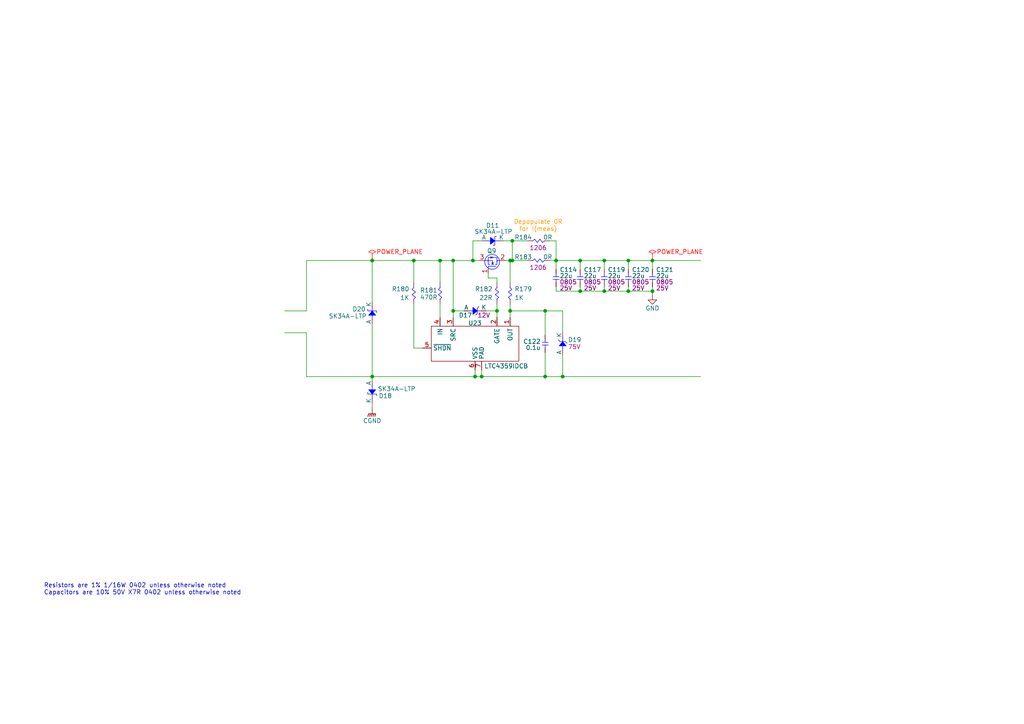
<source format=kicad_sch>
(kicad_sch (version 20250114) (generator "eeschema") (generator_version "9.0")
  (paper "A4")
  (title_block (title "RPI CMx Carrier") (date "2025-12-07") (rev "2.00-0A") (comment 1 "Jean-Francois Bilodeau") (comment 2 "P.Eng #6022173") (comment 3 "203-1690 Rue des quatre-saisons") (comment 4 "Sherbrooke, Canada, J1E0N2") (comment 5 "KiCad Rev 9.0") (comment 6 "TBD") (comment 7 "TBD") (comment 8 "WIP"))
  (lib_symbols
    (symbol "KiCad_Pwr_Symbols:GND" (power) (pin_numbers (hide yes)) (pin_names (offset 0) (hide yes))
      (property "Value" "GND" (at 0 -3.81 0))
      (symbol "GND_0_1"
        (polyline (pts (xy 0 0) (xy 0 -1.27) (xy 1.27 -1.27) (xy 0 -2.54) (xy -1.27 -1.27) (xy 0 -1.27)))
      )
      (symbol "GND_1_1"
        (pin power_in line (at 0 0 270) (length 0) (name "~") (number "1"))
      )
    )
    (symbol "KiCad_Pwr_Symbols:GNDPWR" (power) (pin_numbers (hide yes)) (pin_names (offset 0) (hide yes))
      (property "Value" "GNDPWR" (at 0 -3.302 0))
      (symbol "GNDPWR_0_1"
        (polyline (pts (xy -1.016 -1.27) (xy -1.27 -2.032) (xy -1.27 -2.032)) (stroke (width 0.2032)))
        (polyline (pts (xy -0.508 -1.27) (xy -0.762 -2.032) (xy -0.762 -2.032)) (stroke (width 0.2032)))
        (polyline (pts (xy 0 -1.27) (xy 0 0)))
        (polyline (pts (xy 0 -1.27) (xy -0.254 -2.032) (xy -0.254 -2.032)) (stroke (width 0.2032)))
        (polyline (pts (xy 0.508 -1.27) (xy 0.254 -2.032) (xy 0.254 -2.032)) (stroke (width 0.2032)))
        (polyline (pts (xy 1.016 -1.27) (xy -1.016 -1.27) (xy -1.016 -1.27)) (stroke (width 0.2032)))
        (polyline (pts (xy 1.016 -1.27) (xy 0.762 -2.032) (xy 0.762 -2.032) (xy 0.762 -2.032)) (stroke (width 0.2032)))
      )
      (symbol "GNDPWR_1_1"
        (pin power_in line (at 0 0 270) (length 0) (name "~") (number "1"))
      )
    )
    (symbol "KicadCompDb:Capacitors/CAP_CER_SMT_00001" (pin_numbers (hide yes)) (pin_names (offset 0) (hide yes))
      (property "Reference" "C" (at 2.54 1.651 0))
      (property "Value" "0.1u" (at 1.524 -1.524 0))
      (symbol "Capacitors/CAP_CER_SMT_00001_1_1"
        (polyline (pts (xy 2.159 0.889) (xy 2.159 -0.889)) (stroke (width 0) (color 0 0 255 1)))
        (polyline (pts (xy 2.159 0) (xy 1.27 0)) (stroke (width 0) (color 0 0 255 1)))
        (polyline (pts (xy 2.921 0.889) (xy 2.921 -0.889)) (stroke (width 0) (color 0 0 255 1)))
        (polyline (pts (xy 3.81 0) (xy 2.921 0)) (stroke (width 0) (color 0 0 255 1)))
        (pin passive line (at 0 0 0) (length 1.27) (name "") (number "1"))
        (pin passive line (at 5.08 0 180) (length 1.27) (name "") (number "2"))
      )
    )
    (symbol "KicadCompDb:Capacitors/CAP_CER_SMT_00011" (pin_numbers (hide yes)) (pin_names (offset 0) (hide yes))
      (property "Reference" "C" (at 2.54 1.651 0))
      (property "Value" "22u" (at 1.524 -1.524 0))
      (property "Package" "0805" (at 0 -16.256 0))
      (property "Voltage Rating" "25V" (at 0 0 0))
      (symbol "Capacitors/CAP_CER_SMT_00011_1_1"
        (polyline (pts (xy 2.159 0.889) (xy 2.159 -0.889)) (stroke (width 0) (color 0 0 255 1)))
        (polyline (pts (xy 2.159 0) (xy 1.27 0)) (stroke (width 0) (color 0 0 255 1)))
        (polyline (pts (xy 2.921 0.889) (xy 2.921 -0.889)) (stroke (width 0) (color 0 0 255 1)))
        (polyline (pts (xy 3.81 0) (xy 2.921 0)) (stroke (width 0) (color 0 0 255 1)))
        (pin passive line (at 0 0 0) (length 1.27) (name "") (number "1"))
        (pin passive line (at 5.08 0 180) (length 1.27) (name "") (number "2"))
      )
    )
    (symbol "KicadCompDb:Diodes/DIODE_00003" (pin_numbers (hide yes)) (pin_names (offset 0))
      (property "Reference" "D" (at 2.032 2.54 0))
      (property "Value" "MMSZ5242B-TP" (at 1.524 -1.524 0))
      (property "V(z)" "12V" (at 0.254 -14.224 0))
      (symbol "Diodes/DIODE_00003_0_1"
        (polyline (pts (xy 1.27 0) (xy 0.254 0)) (stroke (width 0) (color 0 0 255 1)))
        (polyline (pts (xy 1.27 0) (xy 1.27 -0.762) (xy 0.762 -1.27)) (stroke (width 0) (color 0 0 255 1)))
        (polyline (pts (xy 1.27 0) (xy 1.27 0.508) (xy 1.27 0.762) (xy 1.778 1.27)) (stroke (width 0) (color 0 0 255 1)))
        (polyline (pts (xy 2.54 0) (xy 3.556 0)) (stroke (width 0) (color 0 0 255 1)))
        (polyline (pts (xy 2.54 0) (xy 2.54 1.016) (xy 1.27 0) (xy 2.54 -1.016) (xy 2.54 0)) (stroke (width 0) (color 0 0 255 1)) (fill (type outline)))
      )
      (symbol "Diodes/DIODE_00003_1_1"
        (polyline (pts (xy 0.254 0) (xy 0 0)) (stroke (width 0) (color 0 0 255 1)))
        (polyline (pts (xy 3.81 0) (xy 3.556 0)) (stroke (width 0) (color 0 0 255 1)))
        (pin passive line (at -1.27 0 0) (length 1.27) (name "K") (number "1"))
        (pin passive line (at 5.08 0 180) (length 1.27) (name "A") (number "2"))
      )
    )
    (symbol "KicadCompDb:Diodes/DIODE_00005" (pin_numbers (hide yes)) (pin_names (offset 0))
      (property "Reference" "D" (at 2.032 2.54 0))
      (property "Value" "SK34A-LTP" (at 1.524 -1.524 0))
      (property "V(f)" "0.5V" (at 0.254 -20.32 0))
      (symbol "Diodes/DIODE_00005_0_1"
        (polyline (pts (xy 1.27 0) (xy 0.254 0)) (stroke (width 0) (color 0 0 255 1)))
        (polyline (pts (xy 1.27 0) (xy 1.27 -1.27) (xy 0.762 -1.27)) (stroke (width 0) (color 0 0 255 1)))
        (polyline (pts (xy 1.27 0) (xy 1.27 0.508) (xy 1.27 1.27) (xy 1.778 1.27)) (stroke (width 0) (color 0 0 255 1)))
        (polyline (pts (xy 2.54 0) (xy 3.556 0)) (stroke (width 0) (color 0 0 255 1)))
        (polyline (pts (xy 2.54 0) (xy 2.54 1.016) (xy 1.27 0) (xy 2.54 -1.016) (xy 2.54 0)) (stroke (width 0) (color 0 0 255 1)) (fill (type outline)))
      )
      (symbol "Diodes/DIODE_00005_1_1"
        (polyline (pts (xy 0.254 0) (xy 0 0)) (stroke (width 0) (color 0 0 255 1)))
        (polyline (pts (xy 3.81 0) (xy 3.556 0)) (stroke (width 0) (color 0 0 255 1)))
        (pin passive line (at -1.27 0 0) (length 1.27) (name "K") (number "1"))
        (pin passive line (at 5.08 0 180) (length 1.27) (name "A") (number "2"))
      )
    )
    (symbol "KicadCompDb:Diodes/DIODE_00008" (pin_numbers (hide yes)) (pin_names (offset 0))
      (property "Reference" "D" (at 2.032 2.54 0))
      (property "Value" "SML4761A-E3/5A" (at 1.524 -1.524 0))
      (property "V(z)" "75V" (at 0.254 -14.224 0))
      (symbol "Diodes/DIODE_00008_0_1"
        (polyline (pts (xy 1.27 0) (xy 0.254 0)) (stroke (width 0) (color 0 0 255 1)))
        (polyline (pts (xy 1.27 0) (xy 1.27 -0.762) (xy 0.762 -1.27)) (stroke (width 0) (color 0 0 255 1)))
        (polyline (pts (xy 1.27 0) (xy 1.27 0.508) (xy 1.27 0.762) (xy 1.778 1.27)) (stroke (width 0) (color 0 0 255 1)))
        (polyline (pts (xy 2.54 0) (xy 3.556 0)) (stroke (width 0) (color 0 0 255 1)))
        (polyline (pts (xy 2.54 0) (xy 2.54 1.016) (xy 1.27 0) (xy 2.54 -1.016) (xy 2.54 0)) (stroke (width 0) (color 0 0 255 1)) (fill (type outline)))
      )
      (symbol "Diodes/DIODE_00008_1_1"
        (polyline (pts (xy 0.254 0) (xy 0 0)) (stroke (width 0) (color 0 0 255 1)))
        (polyline (pts (xy 3.81 0) (xy 3.556 0)) (stroke (width 0) (color 0 0 255 1)))
        (pin passive line (at -1.27 0 0) (length 1.27) (name "K") (number "1"))
        (pin passive line (at 5.08 0 180) (length 1.27) (name "A") (number "2"))
      )
    )
    (symbol "KicadCompDb:Miscellaneous/MISC_00006"
      (property "Reference" "U" (at 12.7 1.27 0))
      (property "Value" "LTC4359IDCB#TRPBF" (at 0 0 0))
      (symbol "Miscellaneous/MISC_00006_0_1"
        (rectangle (start 0 0) (end 25.4 -10.16))
      )
      (symbol "Miscellaneous/MISC_00006_1_1"
        (pin input line (at -2.54 -6.35 0) (length 2.54) (name "~{SHDN}") (number "5"))
        (pin power_in line (at 2.54 2.54 270) (length 2.54) (name "IN") (number "4"))
        (pin power_in line (at 6.35 2.54 270) (length 2.54) (name "SRC") (number "3"))
        (pin power_in line (at 12.7 -12.7 90) (length 2.54) (name "VSS") (number "6"))
        (pin power_in line (at 14.605 -12.7 90) (length 2.54) (name "PAD") (number "7"))
        (pin output line (at 19.05 2.54 270) (length 2.54) (name "GATE") (number "2"))
        (pin power_out line (at 22.86 2.54 270) (length 2.54) (name "OUT") (number "1"))
      )
    )
    (symbol "KicadCompDb:Mosfet/MOSFET_00005" (pin_names (offset 0) (hide yes))
      (property "Reference" "Q" (at 5.588 3.302 0))
      (property "VDS" "600V" (at 0 0 0))
      (symbol "Mosfet/MOSFET_00005_1_1"
        (polyline (pts (xy 1.651 0) (xy 2.159 0) (xy 2.159 2.286)) (stroke (width 0) (color 0 0 255 1)))
        (polyline (pts (xy 2.667 2.54) (xy 2.667 2.032)) (stroke (width 0) (color 0 0 255 1)))
        (polyline (pts (xy 2.667 2.54) (xy 3.81 2.54) (xy 3.81 3.175)) (stroke (width 0) (color 0 0 255 1)))
        (polyline (pts (xy 2.667 1.651) (xy 2.667 0.889)) (stroke (width 0) (color 0 0 255 1)))
        (polyline (pts (xy 2.667 0.508) (xy 2.667 0)) (stroke (width 0) (color 0 0 255 1)))
        (polyline (pts (xy 2.7304 0) (xy 3.81 0) (xy 3.81 -0.889)) (stroke (width 0) (color 0 0 255 1)))
        (polyline (pts (xy 2.794 1.27) (xy 3.175 1.016) (xy 3.175 1.524) (xy 2.794 1.27)) (stroke (width 0) (color 0 0 255 1)) (fill (type color) (color 0 0 255 1)))
        (polyline (pts (xy 3.048 1.27) (xy 3.81 1.27) (xy 3.81 -0.127)) (stroke (width 0) (color 0 0 255 1)))
        (polyline (pts (xy 3.429 2.54) (xy 4.699 2.54) (xy 4.699 1.27)) (stroke (width 0) (color 0 0 255 1)))
        (circle (center 3.429 1.143) (radius 2.159) (stroke (width 0) (color 0 0 255 1)))
        (polyline (pts (xy 3.429 0) (xy 4.699 0) (xy 4.699 0.889)) (stroke (width 0) (color 0 0 255 1)))
        (polyline (pts (xy 3.81 1.143) (xy 3.81 1.143)) (stroke (width 0) (color 0 0 255 1)))
        (polyline (pts (xy 4.5085 1.27) (xy 4.8895 1.27)) (stroke (width 0) (color 0 0 255 1)))
        (polyline (pts (xy 4.699 1.143) (xy 4.445 0.762) (xy 4.953 0.762) (xy 4.699 1.143)) (stroke (width 0) (color 0 0 255 1)) (fill (type color) (color 0 0 255 1)))
        (pin input line (at 0 0 0) (length 1.524) (name "G") (number "1"))
        (pin passive line (at 3.81 5.08 270) (length 1.778) (name "D") (number "2"))
        (pin passive line (at 3.81 -2.54 90) (length 1.524) (name "S") (number "3"))
      )
    )
    (symbol "KicadCompDb:Resistors/RES_SMT_00004" (pin_numbers (hide yes)) (pin_names (offset 0) (hide yes))
      (property "Reference" "R" (at 1.524 1.524 0))
      (property "Value" "1K" (at 1.524 -1.524 0))
      (symbol "Resistors/RES_SMT_00004_1_1"
        (polyline (pts (xy 0.254 0) (xy 0 0)) (stroke (width 0) (color 0 0 255 1)))
        (polyline (pts (xy 0.254 0) (xy 0.762 0.508) (xy 1.524 -0.508) (xy 2.286 0.508) (xy 3.048 -0.508) (xy 3.556 0)) (stroke (width 0) (color 0 0 255 1)))
        (polyline (pts (xy 3.81 0) (xy 3.556 0)) (stroke (width 0) (color 0 0 255 1)))
        (pin passive line (at -1.27 0 0) (length 1.27) (name "") (number "1"))
        (pin passive line (at 5.08 0 180) (length 1.27) (name "") (number "2"))
      )
    )
    (symbol "KicadCompDb:Resistors/RES_SMT_00015" (pin_numbers (hide yes)) (pin_names (offset 0) (hide yes))
      (property "Reference" "R" (at 1.524 1.524 0))
      (property "Value" "22R" (at 1.524 -1.524 0))
      (symbol "Resistors/RES_SMT_00015_1_1"
        (polyline (pts (xy 0.254 0) (xy 0 0)) (stroke (width 0) (color 0 0 255 1)))
        (polyline (pts (xy 0.254 0) (xy 0.762 0.508) (xy 1.524 -0.508) (xy 2.286 0.508) (xy 3.048 -0.508) (xy 3.556 0)) (stroke (width 0) (color 0 0 255 1)))
        (polyline (pts (xy 3.81 0) (xy 3.556 0)) (stroke (width 0) (color 0 0 255 1)))
        (pin passive line (at -1.27 0 0) (length 1.27) (name "") (number "1"))
        (pin passive line (at 5.08 0 180) (length 1.27) (name "") (number "2"))
      )
    )
    (symbol "KicadCompDb:Resistors/RES_SMT_00019" (pin_numbers (hide yes)) (pin_names (offset 0) (hide yes))
      (property "Reference" "R" (at 1.524 1.524 0))
      (property "Value" "470R" (at 1.524 -1.524 0))
      (symbol "Resistors/RES_SMT_00019_1_1"
        (polyline (pts (xy 0.254 0) (xy 0 0)) (stroke (width 0) (color 0 0 255 1)))
        (polyline (pts (xy 0.254 0) (xy 0.762 0.508) (xy 1.524 -0.508) (xy 2.286 0.508) (xy 3.048 -0.508) (xy 3.556 0)) (stroke (width 0) (color 0 0 255 1)))
        (polyline (pts (xy 3.81 0) (xy 3.556 0)) (stroke (width 0) (color 0 0 255 1)))
        (pin passive line (at -1.27 0 0) (length 1.27) (name "") (number "1"))
        (pin passive line (at 5.08 0 180) (length 1.27) (name "") (number "2"))
      )
    )
    (symbol "KicadCompDb:Resistors/RES_SMT_00022" (pin_numbers (hide yes)) (pin_names (offset 0) (hide yes))
      (property "Reference" "R" (at 1.524 1.524 0))
      (property "Value" "0R" (at 1.524 -1.524 0))
      (property "Tolerance" "1%" (at 2.794 -3.302 0))
      (property "Power" "1/4W" (at 2.286 -1.524 0))
      (symbol "Resistors/RES_SMT_00022_1_1"
        (polyline (pts (xy 0.254 0) (xy 0 0)) (stroke (width 0) (color 0 0 255 1)))
        (polyline (pts (xy 0.254 0) (xy 0.762 0.508) (xy 1.524 -0.508) (xy 2.286 0.508) (xy 3.048 -0.508) (xy 3.556 0)) (stroke (width 0) (color 0 0 255 1)))
        (polyline (pts (xy 3.81 0) (xy 3.556 0)) (stroke (width 0) (color 0 0 255 1)))
        (pin passive line (at -1.27 0 0) (length 1.27) (name "") (number "1"))
        (pin passive line (at 5.08 0 180) (length 1.27) (name "") (number "2"))
      )
    )
  )
  (text "Resistors are 1% 1/16W 0402 unless otherwise noted\nCapacitors are 10% 50V X7R 0402 unless otherwise noted" (at 12.7 170.942 0) (effects (font (size 1.27 1.27)) (justify left)))
  (text "Depopulate 0R\nfor I(meas)" (at 156.083 65.532 0) (effects (font (size 1.27 1.27))))
  (junction (at 139.7 109.22))
  (junction (at 168.275 75.565))
  (junction (at 189.23 75.565))
  (junction (at 189.23 84.455))
  (junction (at 158.115 109.22))
  (junction (at 168.275 84.455))
  (junction (at 127.635 75.565))
  (junction (at 182.245 84.455))
  (junction (at 120.015 75.565))
  (junction (at 148.59 69.85))
  (junction (at 131.445 90.17))
  (junction (at 147.955 90.17))
  (junction (at 107.95 75.565))
  (junction (at 175.26 75.565))
  (junction (at 147.955 75.565))
  (junction (at 107.95 109.22))
  (junction (at 158.115 90.17))
  (junction (at 137.795 109.22))
  (junction (at 163.195 109.22))
  (junction (at 137.16 75.565))
  (junction (at 144.145 90.17))
  (junction (at 175.26 84.455))
  (junction (at 182.245 75.565))
  (junction (at 161.29 75.565))
  (junction (at 131.445 75.565))
  (junction (at 148.59 75.565))
  (wire (pts (xy 107.95 109.22) (xy 137.795 109.22)))
  (wire (pts (xy 147.955 75.565) (xy 148.59 75.565)))
  (wire (pts (xy 175.26 75.565) (xy 182.245 75.565)))
  (wire (pts (xy 137.16 69.85) (xy 137.16 75.565)))
  (wire (pts (xy 147.955 90.17) (xy 147.955 92.075)))
  (wire (pts (xy 107.95 75.565) (xy 107.95 87.63)))
  (wire (pts (xy 182.245 84.455) (xy 189.23 84.455)))
  (wire (pts (xy 127.635 75.565) (xy 131.445 75.565)))
  (wire (pts (xy 175.26 84.455) (xy 168.275 84.455)))
  (wire (pts (xy 137.795 107.315) (xy 137.795 109.22)))
  (wire (pts (xy 158.115 90.17) (xy 158.115 97.155)))
  (wire (pts (xy 137.795 109.22) (xy 139.7 109.22)))
  (wire (pts (xy 137.16 75.565) (xy 139.065 75.565)))
  (wire (pts (xy 175.26 84.455) (xy 182.245 84.455)))
  (wire (pts (xy 88.9 96.52) (xy 88.9 109.22)))
  (wire (pts (xy 120.015 100.965) (xy 122.555 100.965)))
  (wire (pts (xy 82.55 96.52) (xy 88.9 96.52)))
  (wire (pts (xy 144.145 88.265) (xy 144.145 90.17)))
  (wire (pts (xy 127.635 75.565) (xy 127.635 81.915)))
  (wire (pts (xy 182.245 84.455) (xy 182.245 83.185)))
  (wire (pts (xy 139.7 109.22) (xy 158.115 109.22)))
  (wire (pts (xy 168.275 75.565) (xy 168.275 78.105)))
  (wire (pts (xy 189.23 75.565) (xy 189.23 78.105)))
  (wire (pts (xy 182.245 75.565) (xy 189.23 75.565)))
  (wire (pts (xy 189.23 75.565) (xy 203.2 75.565)))
  (wire (pts (xy 140.97 90.17) (xy 144.145 90.17)))
  (wire (pts (xy 107.95 93.98) (xy 107.95 109.22)))
  (wire (pts (xy 146.05 69.85) (xy 148.59 69.85)))
  (wire (pts (xy 161.29 69.85) (xy 161.29 75.565)))
  (wire (pts (xy 189.23 84.455) (xy 189.23 83.185)))
  (wire (pts (xy 189.23 84.455) (xy 189.23 85.725)))
  (wire (pts (xy 158.115 109.22) (xy 163.195 109.22)))
  (wire (pts (xy 147.955 90.17) (xy 158.115 90.17)))
  (wire (pts (xy 158.115 102.235) (xy 158.115 109.22)))
  (wire (pts (xy 107.95 75.565) (xy 120.015 75.565)))
  (wire (pts (xy 88.9 109.22) (xy 107.95 109.22)))
  (wire (pts (xy 107.95 109.22) (xy 107.95 110.49)))
  (wire (pts (xy 144.145 90.17) (xy 144.145 92.075)))
  (wire (pts (xy 168.275 84.455) (xy 161.29 84.455)))
  (wire (pts (xy 131.445 90.17) (xy 131.445 92.075)))
  (wire (pts (xy 163.195 109.22) (xy 203.2 109.22)))
  (wire (pts (xy 141.605 79.375) (xy 141.605 80.645)))
  (wire (pts (xy 175.26 75.565) (xy 175.26 78.105)))
  (wire (pts (xy 144.145 80.645) (xy 144.145 81.915)))
  (wire (pts (xy 120.015 88.265) (xy 120.015 100.965)))
  (wire (pts (xy 120.015 75.565) (xy 120.015 81.915)))
  (wire (pts (xy 163.195 102.87) (xy 163.195 109.22)))
  (wire (pts (xy 131.445 90.17) (xy 134.62 90.17)))
  (wire (pts (xy 175.26 83.185) (xy 175.26 84.455)))
  (wire (pts (xy 161.29 75.565) (xy 161.29 78.105)))
  (wire (pts (xy 131.445 75.565) (xy 131.445 90.17)))
  (wire (pts (xy 127.635 88.265) (xy 127.635 92.075)))
  (wire (pts (xy 158.115 90.17) (xy 163.195 90.17)))
  (wire (pts (xy 168.275 84.455) (xy 168.275 83.185)))
  (wire (pts (xy 159.385 69.85) (xy 161.29 69.85)))
  (wire (pts (xy 120.015 75.565) (xy 127.635 75.565)))
  (wire (pts (xy 182.245 75.565) (xy 182.245 78.105)))
  (wire (pts (xy 168.275 75.565) (xy 175.26 75.565)))
  (wire (pts (xy 139.7 107.315) (xy 139.7 109.22)))
  (wire (pts (xy 107.95 116.84) (xy 107.95 118.745)))
  (wire (pts (xy 161.29 83.185) (xy 161.29 84.455)))
  (wire (pts (xy 146.685 75.565) (xy 147.955 75.565)))
  (wire (pts (xy 131.445 75.565) (xy 137.16 75.565)))
  (wire (pts (xy 82.55 90.17) (xy 88.9 90.17)))
  (wire (pts (xy 159.385 75.565) (xy 161.29 75.565)))
  (wire (pts (xy 161.29 75.565) (xy 168.275 75.565)))
  (wire (pts (xy 88.9 75.565) (xy 107.95 75.565)))
  (wire (pts (xy 88.9 75.565) (xy 88.9 90.17)))
  (wire (pts (xy 163.195 90.17) (xy 163.195 96.52)))
  (wire (pts (xy 148.59 69.85) (xy 153.035 69.85)))
  (wire (pts (xy 141.605 80.645) (xy 144.145 80.645)))
  (wire (pts (xy 147.955 75.565) (xy 147.955 81.915)))
  (wire (pts (xy 148.59 75.565) (xy 153.035 75.565)))
  (wire (pts (xy 137.16 69.85) (xy 139.7 69.85)))
  (wire (pts (xy 147.955 88.265) (xy 147.955 90.17)))
  (wire (pts (xy 148.59 69.85) (xy 148.59 75.565)))
  (netclass_flag "" (length 2.54) (shape diamond) (at 189.23 75.565 0) (property "Netclass" "POWER_PLANE" (at 190.4365 73.025 0) (effects (justify left))))
  (netclass_flag "" (length 2.54) (shape diamond) (at 107.95 75.565 0) (property "Netclass" "POWER_PLANE" (at 109.1565 73.025 0) (effects (justify left))))
  (symbol (lib_id "KicadCompDb:Diodes/DIODE_00008") (at 163.195 97.79 270) (unit 1)
    (property "Reference" "D19" (at 164.719 98.552 90) (effects (justify left)))
    (property "Value" "SML4761A-E3/5A" (effects (hide yes)))
    (property "Footprint" "footprint:DO-214AC" (effects (hide yes)))
    (property "Datasheet" "https://mm.digikey.com/Volume0/opasdata/d220001/medias/docus/12/SML4728-SML4764A.pdf" (effects (hide yes)))
    (property "Description" "DIODE ZENER 75V 1W DO214AC" (effects (hide yes)))
    (property "V(f)" "0.8V" (effects (hide yes)))
    (property "V(z)" "75V" (at 164.719 100.584 90) (effects (justify left)))
    (property "Tolerance" "±5%" (effects (hide yes)))
    (property "Power" "1W" (effects (hide yes)))
    (property "Impedance" "175Ohm" (effects (hide yes)))
    (property "Leakage Current" "5uA" (effects (hide yes)))
    (property "Operating Temperature" "-65°C ~ 150°C" (effects (hide yes)))
    (property "Package" "DO-214AC" (effects (hide yes)))
    (property "Manufacturer" "Vishay General Semiconductor - Diodes Division" (effects (hide yes)))
    (property "Manufacturer Part Number" "SML4761A-E3/5A" (effects (hide yes)))
    (property "Distributor" "DigiKey" (effects (hide yes)))
    (property "Distributor Part Number" "112-SML4761A-E3/5ACT-ND" (effects (hide yes)))
    (property "Type" "ZENER SMT" (effects (hide yes)))
    (property "Dimensions" "5.2mm x 2.59mm" (effects (hide yes)))
  )
  (symbol (lib_id "KicadCompDb:Capacitors/CAP_CER_SMT_00011") (at 161.29 83.185 90) (unit 1)
    (property "Reference" "C114" (at 162.306 78.232 90) (effects (justify right)))
    (property "Value" "22u" (at 162.306 80.01 90) (effects (justify right)))
    (property "Footprint" "footprint:CAP_NONPOL_0805" (effects (hide yes)))
    (property "Datasheet" "https://mm.digikey.com/Volume0/opasdata/d220001/medias/docus/339/CL21A226MAYNNNE_Spec.pdf" (effects (hide yes)))
    (property "Description" "CAP CER 22UF 25V X5R 0805" (effects (hide yes)))
    (property "Tolerance" "±20%" (effects (hide yes)))
    (property "Dielectric" "X5R" (effects (hide yes)))
    (property "Package" "0805" (at 162.306 81.788 90) (effects (justify right)))
    (property "Operating Temperature" "-55°C ~ 85°C" (effects (hide yes)))
    (property "Voltage Rating" "25V" (at 162.306 83.566 90) (effects (justify right)))
    (property "Manufacturer" "Samsung Electro-Mechanics" (effects (hide yes)))
    (property "Manufacturer Part Number" "CL21A226MAYNNNE" (effects (hide yes)))
    (property "Distributor" "DigiKey" (effects (hide yes)))
    (property "Distributor Part Number" "1276-CL21A226MAYNNNECT-ND" (effects (hide yes)))
    (property "Type" "CER SMT" (effects (hide yes)))
    (property "Dimensions" "2.00mm x 1.25mm" (effects (hide yes)))
  )
  (symbol (lib_id "KiCad_Pwr_Symbols:GND") (at 189.23 85.725 0) (unit 1)
    (property "Reference" "#PWR0219" (effects (hide yes)))
    (property "Value" "GND" (at 189.23 89.408 0))
    (property "Description" "Power symbol creates a global label with name \"GND\" , ground" (effects (hide yes)))
  )
  (symbol (lib_id "KicadCompDb:Capacitors/CAP_CER_SMT_00001") (at 158.115 102.235 90) (unit 1)
    (property "Reference" "C122" (at 156.845 99.06 90) (effects (justify left)))
    (property "Value" "0.1u" (at 156.845 100.838 90) (effects (justify left)))
    (property "Footprint" "footprint:CAP_NONPOL_0402" (effects (hide yes)))
    (property "Datasheet" "https://search.murata.co.jp/Ceramy/image/img/A01X/G101/ENG/GRM155R71H104KE14-01.pdf" (effects (hide yes)))
    (property "Description" "CAP CER 0.1UF 50V X7R 0402" (effects (hide yes)))
    (property "Tolerance" "±10%" (effects (hide yes)))
    (property "Dielectric" "X7R" (effects (hide yes)))
    (property "Package" "0402" (effects (hide yes)))
    (property "Operating Temperature" "-55°C ~ 125°C" (effects (hide yes)))
    (property "Voltage Rating" "50V" (effects (hide yes)))
    (property "Manufacturer" "Murata Electronics" (effects (hide yes)))
    (property "Manufacturer Part Number" "GRM155R71H104KE14D" (effects (hide yes)))
    (property "Distributor" "DigiKey" (effects (hide yes)))
    (property "Distributor Part Number" "490-10700-1-ND" (effects (hide yes)))
    (property "Type" "CER SMT" (effects (hide yes)))
    (property "Dimensions" "1.00mm x 0.50mm" (effects (hide yes)))
  )
  (symbol (lib_id "KiCad_Pwr_Symbols:GNDPWR") (at 107.95 118.745 0) (unit 1)
    (property "Reference" "#PWR0218" (effects (hide yes)))
    (property "Value" "CGND" (at 107.95 122.047 0))
    (property "Description" "Power symbol creates a global label with name \"GNDPWR\" , global ground" (effects (hide yes)))
  )
  (symbol (lib_id "KicadCompDb:Miscellaneous/MISC_00006") (at 125.095 94.615 0) (unit 1)
    (property "Reference" "U23" (at 135.763 93.726 0) (effects (justify left)))
    (property "Value" "LTC4359IDCB" (at 140.462 106.172 0) (effects (justify left)))
    (property "Footprint" "footprint:6-WFDFN-EP" (effects (hide yes)))
    (property "Datasheet" "https://www.analog.com/media/en/technical-documentation/data-sheets/ltc4359.pdf" (effects (hide yes)))
    (property "Description" "IC OR CTRLR N+1 6DFN" (effects (hide yes)))
    (property "Type" "IDEAL DIODE CONTROLLER" (effects (hide yes)))
    (property "Operating Temperature" "-40°C ~ 85°C" (effects (hide yes)))
    (property "Dimensions" "3.00mm x 2.00mm x 0.75mm" (effects (hide yes)))
    (property "Manufacturer" "Analog Devices Inc." (effects (hide yes)))
    (property "Manufacturer Part Number" "LTC4359IDCB#TRPBF" (effects (hide yes)))
    (property "Distributor" "DigiKey" (effects (hide yes)))
    (property "Distributor Part Number" "505-LTC4359IDCB#TRPBFCT-ND" (effects (hide yes)))
  )
  (symbol (lib_id "KicadCompDb:Capacitors/CAP_CER_SMT_00011") (at 168.275 83.185 90) (unit 1)
    (property "Reference" "C117" (at 169.291 78.232 90) (effects (justify right)))
    (property "Value" "22u" (at 169.291 80.01 90) (effects (justify right)))
    (property "Footprint" "footprint:CAP_NONPOL_0805" (effects (hide yes)))
    (property "Datasheet" "https://mm.digikey.com/Volume0/opasdata/d220001/medias/docus/339/CL21A226MAYNNNE_Spec.pdf" (effects (hide yes)))
    (property "Description" "CAP CER 22UF 25V X5R 0805" (effects (hide yes)))
    (property "Tolerance" "±20%" (effects (hide yes)))
    (property "Dielectric" "X5R" (effects (hide yes)))
    (property "Package" "0805" (at 169.291 81.788 90) (effects (justify right)))
    (property "Operating Temperature" "-55°C ~ 85°C" (effects (hide yes)))
    (property "Voltage Rating" "25V" (at 169.291 83.566 90) (effects (justify right)))
    (property "Manufacturer" "Samsung Electro-Mechanics" (effects (hide yes)))
    (property "Manufacturer Part Number" "CL21A226MAYNNNE" (effects (hide yes)))
    (property "Distributor" "DigiKey" (effects (hide yes)))
    (property "Distributor Part Number" "1276-CL21A226MAYNNNECT-ND" (effects (hide yes)))
    (property "Type" "CER SMT" (effects (hide yes)))
    (property "Dimensions" "2.00mm x 1.25mm" (effects (hide yes)))
  )
  (symbol (lib_id "KicadCompDb:Resistors/RES_SMT_00004") (at 120.015 86.995 270) (mirror x) (unit 1)
    (property "Reference" "R180" (at 118.745 83.8199 90) (effects (justify right)))
    (property "Value" "1K" (at 118.745 86.3599 90) (effects (justify right)))
    (property "Footprint" "footprint:RES_0402" (effects (hide yes)))
    (property "Datasheet" "https://www.yageogroup.com/content/datasheet/asset/file/PYU-RC_GROUP_51_ROHS_L" (effects (hide yes)))
    (property "Description" "RES 1K OHM 1% 1/16W 0402" (effects (hide yes)))
    (property "Tolerance" "1%" (effects (hide yes)))
    (property "Power" "1/16W" (effects (hide yes)))
    (property "Package" "0402" (effects (hide yes)))
    (property "Manufacturer" "YAGEO" (effects (hide yes)))
    (property "Manufacturer Part Number" "RC0402FR-071KL" (effects (hide yes)))
    (property "Distributor" "DigiKey" (effects (hide yes)))
    (property "Distributor Part Number" "311-1.00KLRCT-ND" (effects (hide yes)))
    (property "Temperature Coefficient" "±100ppm/°C" (effects (hide yes)))
    (property "Operating Temperature" "-55°C ~ 155°C" (effects (hide yes)))
    (property "Type" "RES SMT" (effects (hide yes)))
    (property "Dimensions" "1.00mm x 0.50mm" (effects (hide yes)))
  )
  (symbol (lib_id "KicadCompDb:Resistors/RES_SMT_00004") (at 147.955 86.995 90) (unit 1)
    (property "Reference" "R179" (at 149.225 83.8199 90) (effects (justify right)))
    (property "Value" "1K" (at 149.225 86.3599 90) (effects (justify right)))
    (property "Footprint" "footprint:RES_0402" (effects (hide yes)))
    (property "Datasheet" "https://www.yageogroup.com/content/datasheet/asset/file/PYU-RC_GROUP_51_ROHS_L" (effects (hide yes)))
    (property "Description" "RES 1K OHM 1% 1/16W 0402" (effects (hide yes)))
    (property "Tolerance" "1%" (effects (hide yes)))
    (property "Power" "1/16W" (effects (hide yes)))
    (property "Package" "0402" (effects (hide yes)))
    (property "Manufacturer" "YAGEO" (effects (hide yes)))
    (property "Manufacturer Part Number" "RC0402FR-071KL" (effects (hide yes)))
    (property "Distributor" "DigiKey" (effects (hide yes)))
    (property "Distributor Part Number" "311-1.00KLRCT-ND" (effects (hide yes)))
    (property "Temperature Coefficient" "±100ppm/°C" (effects (hide yes)))
    (property "Operating Temperature" "-55°C ~ 155°C" (effects (hide yes)))
    (property "Type" "RES SMT" (effects (hide yes)))
    (property "Dimensions" "1.00mm x 0.50mm" (effects (hide yes)))
  )
  (symbol (lib_id "KicadCompDb:Capacitors/CAP_CER_SMT_00011") (at 175.26 83.185 90) (unit 1)
    (property "Reference" "C119" (at 176.276 78.232 90) (effects (justify right)))
    (property "Value" "22u" (at 176.276 80.01 90) (effects (justify right)))
    (property "Footprint" "footprint:CAP_NONPOL_0805" (effects (hide yes)))
    (property "Datasheet" "https://mm.digikey.com/Volume0/opasdata/d220001/medias/docus/339/CL21A226MAYNNNE_Spec.pdf" (effects (hide yes)))
    (property "Description" "CAP CER 22UF 25V X5R 0805" (effects (hide yes)))
    (property "Tolerance" "±20%" (effects (hide yes)))
    (property "Dielectric" "X5R" (effects (hide yes)))
    (property "Package" "0805" (at 176.276 81.788 90) (effects (justify right)))
    (property "Operating Temperature" "-55°C ~ 85°C" (effects (hide yes)))
    (property "Voltage Rating" "25V" (at 176.276 83.566 90) (effects (justify right)))
    (property "Manufacturer" "Samsung Electro-Mechanics" (effects (hide yes)))
    (property "Manufacturer Part Number" "CL21A226MAYNNNE" (effects (hide yes)))
    (property "Distributor" "DigiKey" (effects (hide yes)))
    (property "Distributor Part Number" "1276-CL21A226MAYNNNECT-ND" (effects (hide yes)))
    (property "Type" "CER SMT" (effects (hide yes)))
    (property "Dimensions" "2.00mm x 1.25mm" (effects (hide yes)))
  )
  (symbol (lib_id "KicadCompDb:Capacitors/CAP_CER_SMT_00011") (at 182.245 83.185 90) (unit 1)
    (property "Reference" "C120" (at 183.261 78.232 90) (effects (justify right)))
    (property "Value" "22u" (at 183.261 80.01 90) (effects (justify right)))
    (property "Footprint" "footprint:CAP_NONPOL_0805" (effects (hide yes)))
    (property "Datasheet" "https://mm.digikey.com/Volume0/opasdata/d220001/medias/docus/339/CL21A226MAYNNNE_Spec.pdf" (effects (hide yes)))
    (property "Description" "CAP CER 22UF 25V X5R 0805" (effects (hide yes)))
    (property "Tolerance" "±20%" (effects (hide yes)))
    (property "Dielectric" "X5R" (effects (hide yes)))
    (property "Package" "0805" (at 183.261 81.788 90) (effects (justify right)))
    (property "Operating Temperature" "-55°C ~ 85°C" (effects (hide yes)))
    (property "Voltage Rating" "25V" (at 183.261 83.566 90) (effects (justify right)))
    (property "Manufacturer" "Samsung Electro-Mechanics" (effects (hide yes)))
    (property "Manufacturer Part Number" "CL21A226MAYNNNE" (effects (hide yes)))
    (property "Distributor" "DigiKey" (effects (hide yes)))
    (property "Distributor Part Number" "1276-CL21A226MAYNNNECT-ND" (effects (hide yes)))
    (property "Type" "CER SMT" (effects (hide yes)))
    (property "Dimensions" "2.00mm x 1.25mm" (effects (hide yes)))
  )
  (symbol (lib_id "KicadCompDb:Capacitors/CAP_CER_SMT_00011") (at 189.23 83.185 90) (unit 1)
    (property "Reference" "C121" (at 190.246 78.232 90) (effects (justify right)))
    (property "Value" "22u" (at 190.246 80.01 90) (effects (justify right)))
    (property "Footprint" "footprint:CAP_NONPOL_0805" (effects (hide yes)))
    (property "Datasheet" "https://mm.digikey.com/Volume0/opasdata/d220001/medias/docus/339/CL21A226MAYNNNE_Spec.pdf" (effects (hide yes)))
    (property "Description" "CAP CER 22UF 25V X5R 0805" (effects (hide yes)))
    (property "Tolerance" "±20%" (effects (hide yes)))
    (property "Dielectric" "X5R" (effects (hide yes)))
    (property "Package" "0805" (at 190.246 81.788 90) (effects (justify right)))
    (property "Operating Temperature" "-55°C ~ 85°C" (effects (hide yes)))
    (property "Voltage Rating" "25V" (at 190.246 83.566 90) (effects (justify right)))
    (property "Manufacturer" "Samsung Electro-Mechanics" (effects (hide yes)))
    (property "Manufacturer Part Number" "CL21A226MAYNNNE" (effects (hide yes)))
    (property "Distributor" "DigiKey" (effects (hide yes)))
    (property "Distributor Part Number" "1276-CL21A226MAYNNNECT-ND" (effects (hide yes)))
    (property "Type" "CER SMT" (effects (hide yes)))
    (property "Dimensions" "2.00mm x 1.25mm" (effects (hide yes)))
  )
  (symbol (lib_id "KicadCompDb:Resistors/RES_SMT_00015") (at 144.145 86.995 270) (mirror x) (unit 1)
    (property "Reference" "R182" (at 142.875 83.8199 90) (effects (justify right)))
    (property "Value" "22R" (at 142.875 86.3599 90) (effects (justify right)))
    (property "Footprint" "footprint:RES_0402" (effects (hide yes)))
    (property "Datasheet" "https://www.yageogroup.com/content/datasheet/asset/file/PYU-RC_GROUP_51_ROHS_L" (effects (hide yes)))
    (property "Description" "RES 22 OHM 1% 1/16W 0402" (effects (hide yes)))
    (property "Tolerance" "1%" (effects (hide yes)))
    (property "Power" "1/16W" (effects (hide yes)))
    (property "Package" "0402" (effects (hide yes)))
    (property "Manufacturer" "YAGEO" (effects (hide yes)))
    (property "Manufacturer Part Number" "RC0402FR-0722RL" (effects (hide yes)))
    (property "Distributor" "DigiKey" (effects (hide yes)))
    (property "Distributor Part Number" "311-22.0LRCT-ND" (effects (hide yes)))
    (property "Temperature Coefficient" "±100ppm/°C" (effects (hide yes)))
    (property "Operating Temperature" "-55°C ~ 155°C" (effects (hide yes)))
    (property "Type" "RES SMT" (effects (hide yes)))
    (property "Dimensions" "1.00mm x 0.50mm" (effects (hide yes)))
  )
  (symbol (lib_id "KicadCompDb:Resistors/RES_SMT_00019") (at 127.635 86.995 270) (mirror x) (unit 1)
    (property "Reference" "R181" (at 121.793 84.201 90) (effects (justify left)))
    (property "Value" "470R" (at 121.793 86.233 90) (effects (justify left)))
    (property "Footprint" "footprint:RES_0402" (effects (hide yes)))
    (property "Datasheet" "https://www.yageogroup.com/content/datasheet/asset/file/PYU-RC_GROUP_51_ROHS_L" (effects (hide yes)))
    (property "Description" "RES 470 OHM 1% 1/16W 0402" (effects (hide yes)))
    (property "Tolerance" "1%" (effects (hide yes)))
    (property "Power" "1/16W" (effects (hide yes)))
    (property "Package" "0402" (effects (hide yes)))
    (property "Manufacturer" "YAGEO" (effects (hide yes)))
    (property "Manufacturer Part Number" "RC0402FR-07470RL" (effects (hide yes)))
    (property "Distributor" "DigiKey" (effects (hide yes)))
    (property "Distributor Part Number" "311-470LRCT-ND" (effects (hide yes)))
    (property "Temperature Coefficient" "±100ppm/°C" (effects (hide yes)))
    (property "Operating Temperature" "-55°C ~ 155°C" (effects (hide yes)))
    (property "Type" "RES SMT" (effects (hide yes)))
    (property "Dimensions" "1.00mm x 0.50mm" (effects (hide yes)))
  )
  (symbol (lib_id "KicadCompDb:Diodes/DIODE_00005") (at 144.78 69.85 180) (unit 1)
    (property "Reference" "D11" (at 142.875 65.405 0))
    (property "Value" "SK34A-LTP" (at 143.129 67.183 0))
    (property "Footprint" "footprint:DO-214AC" (effects (hide yes)))
    (property "Datasheet" "https://www.mccsemi.com/pdf/Products/SK32A-L-SK310A-L(SMA).pdf" (effects (hide yes)))
    (property "Description" "DIODE SCHOTTKY 40V 3A DO214AC" (effects (hide yes)))
    (property "V(f)" "0.5V" (effects (hide yes)))
    (property "Tolerance" "NA" (effects (hide yes)))
    (property "Power" "NA" (effects (hide yes)))
    (property "Leakage Current" "100uA" (effects (hide yes)))
    (property "Operating Temperature" "-50°C ~ 125°C" (effects (hide yes)))
    (property "Package" "DO-214AC" (effects (hide yes)))
    (property "Manufacturer" "MCC (Micro Commercial Components)" (effects (hide yes)))
    (property "Manufacturer Part Number" "SK34A-LTP" (effects (hide yes)))
    (property "Distributor" "DigiKey" (effects (hide yes)))
    (property "Distributor Part Number" "SK34A-LTPMSCT-ND" (effects (hide yes)))
    (property "Type" "SCHOTTKY SMT" (effects (hide yes)))
    (property "V(z)" "NA" (effects (hide yes)))
    (property "Impedance" "NA" (effects (hide yes)))
    (property "Dimensions" "5.2mm x 2.59mm" (effects (hide yes)))
  )
  (symbol (lib_id "KicadCompDb:Resistors/RES_SMT_00022") (at 154.305 75.565 0) (unit 1)
    (property "Reference" "R183" (at 151.765 74.549 0))
    (property "Value" "0R" (at 158.877 74.549 0))
    (property "Footprint" "footprint:RES_1206" (effects (hide yes)))
    (property "Datasheet" "https://www.yageogroup.com/content/datasheet/asset/file/PYU-RC_GROUP_51_ROHS_L" (effects (hide yes)))
    (property "Description" "RES 0 OHM JUMPER 1/4W 1206" (effects (hide yes)))
    (property "Tolerance" "1%" (effects (hide yes)))
    (property "Power" "1/4W" (effects (hide yes)))
    (property "Package" "1206" (at 156.083 77.597 0))
    (property "Manufacturer" "YAGEO" (effects (hide yes)))
    (property "Manufacturer Part Number" "RC1206JR-070RL" (effects (hide yes)))
    (property "Distributor" "DigiKey" (effects (hide yes)))
    (property "Distributor Part Number" "311-0.0ERCT-ND" (effects (hide yes)))
    (property "Temperature Coefficient" "±100ppm/°C" (effects (hide yes)))
    (property "Operating Temperature" "-55°C ~ 155°C" (effects (hide yes)))
    (property "Type" "RES SMT" (effects (hide yes)))
    (property "Dimensions" "3.10mm x 1.60mm" (effects (hide yes)))
  )
  (symbol (lib_id "KicadCompDb:Mosfet/MOSFET_00005") (at 141.605 79.375 270) (mirror x) (unit 1)
    (property "Reference" "Q9" (at 142.621 72.771 90))
    (property "Value" "IPD60R360P7ATMA1" (effects (hide yes)))
    (property "Footprint" "footprint:TO-252-3" (effects (hide yes)))
    (property "Datasheet" "https://www.infineon.com/assets/row/public/documents/24/49/infineon-ipd60r360p7-datasheet-en.pdf?fileId=5546d46259d9a4bf015a5bdc6a473cb9" (effects (hide yes)))
    (property "Description" "MOSFET N-CH 600V 9A TO252-3" (effects (hide yes)))
    (property "VDS" "600V" (effects (hide yes)))
    (property "Package" "TO-252-3" (effects (hide yes)))
    (property "Type" "NFET" (effects (hide yes)))
    (property "I(drain)" "9A" (effects (hide yes)))
    (property "VGS(th)" "4V" (effects (hide yes)))
    (property "RDS(on)" "0.36Ohm" (effects (hide yes)))
    (property "Power" "41W" (effects (hide yes)))
    (property "Operating Temperature" "-55°C ~ 150°C" (effects (hide yes)))
    (property "Dimensions" "6.70mm x 10.41mm" (effects (hide yes)))
    (property "Manufacturer" "Infineon Technologies" (effects (hide yes)))
    (property "Manufacturer Part Number" "IPD60R360P7ATMA1" (effects (hide yes)))
    (property "Distributor" "DigiKey" (effects (hide yes)))
    (property "Distributor Part Number" "IPD60R360P7ATMA1CT-ND" (effects (hide yes)))
  )
  (symbol (lib_id "KicadCompDb:Diodes/DIODE_00005") (at 107.95 115.57 90) (unit 1)
    (property "Reference" "D18" (at 111.76 114.808 90))
    (property "Value" "SK34A-LTP" (at 115.062 112.776 90))
    (property "Footprint" "footprint:DO-214AC" (effects (hide yes)))
    (property "Datasheet" "https://www.mccsemi.com/pdf/Products/SK32A-L-SK310A-L(SMA).pdf" (effects (hide yes)))
    (property "Description" "DIODE SCHOTTKY 40V 3A DO214AC" (effects (hide yes)))
    (property "V(f)" "0.5V" (effects (hide yes)))
    (property "Tolerance" "NA" (effects (hide yes)))
    (property "Power" "NA" (effects (hide yes)))
    (property "Leakage Current" "100uA" (effects (hide yes)))
    (property "Operating Temperature" "-50°C ~ 125°C" (effects (hide yes)))
    (property "Package" "DO-214AC" (effects (hide yes)))
    (property "Manufacturer" "MCC (Micro Commercial Components)" (effects (hide yes)))
    (property "Manufacturer Part Number" "SK34A-LTP" (effects (hide yes)))
    (property "Distributor" "DigiKey" (effects (hide yes)))
    (property "Distributor Part Number" "SK34A-LTPMSCT-ND" (effects (hide yes)))
    (property "Type" "SCHOTTKY SMT" (effects (hide yes)))
    (property "V(z)" "NA" (effects (hide yes)))
    (property "Impedance" "NA" (effects (hide yes)))
    (property "Dimensions" "5.2mm x 2.59mm" (effects (hide yes)))
  )
  (symbol (lib_id "KicadCompDb:Diodes/DIODE_00005") (at 107.95 88.9 270) (unit 1)
    (property "Reference" "D20" (at 104.14 89.662 90))
    (property "Value" "SK34A-LTP" (at 100.838 91.694 90))
    (property "Footprint" "footprint:DO-214AC" (effects (hide yes)))
    (property "Datasheet" "https://www.mccsemi.com/pdf/Products/SK32A-L-SK310A-L(SMA).pdf" (effects (hide yes)))
    (property "Description" "DIODE SCHOTTKY 40V 3A DO214AC" (effects (hide yes)))
    (property "V(f)" "0.5V" (effects (hide yes)))
    (property "Tolerance" "NA" (effects (hide yes)))
    (property "Power" "NA" (effects (hide yes)))
    (property "Leakage Current" "100uA" (effects (hide yes)))
    (property "Operating Temperature" "-50°C ~ 125°C" (effects (hide yes)))
    (property "Package" "DO-214AC" (effects (hide yes)))
    (property "Manufacturer" "MCC (Micro Commercial Components)" (effects (hide yes)))
    (property "Manufacturer Part Number" "SK34A-LTP" (effects (hide yes)))
    (property "Distributor" "DigiKey" (effects (hide yes)))
    (property "Distributor Part Number" "SK34A-LTPMSCT-ND" (effects (hide yes)))
    (property "Type" "SCHOTTKY SMT" (effects (hide yes)))
    (property "V(z)" "NA" (effects (hide yes)))
    (property "Impedance" "NA" (effects (hide yes)))
    (property "Dimensions" "5.2mm x 2.59mm" (effects (hide yes)))
  )
  (symbol (lib_id "KicadCompDb:Resistors/RES_SMT_00022") (at 154.305 69.85 0) (unit 1)
    (property "Reference" "R184" (at 151.765 68.834 0))
    (property "Value" "0R" (at 158.877 68.834 0))
    (property "Footprint" "footprint:RES_1206" (effects (hide yes)))
    (property "Datasheet" "https://www.yageogroup.com/content/datasheet/asset/file/PYU-RC_GROUP_51_ROHS_L" (effects (hide yes)))
    (property "Description" "RES 0 OHM JUMPER 1/4W 1206" (effects (hide yes)))
    (property "Tolerance" "1%" (effects (hide yes)))
    (property "Power" "1/4W" (effects (hide yes)))
    (property "Package" "1206" (at 156.083 71.882 0))
    (property "Manufacturer" "YAGEO" (effects (hide yes)))
    (property "Manufacturer Part Number" "RC1206JR-070RL" (effects (hide yes)))
    (property "Distributor" "DigiKey" (effects (hide yes)))
    (property "Distributor Part Number" "311-0.0ERCT-ND" (effects (hide yes)))
    (property "Temperature Coefficient" "±100ppm/°C" (effects (hide yes)))
    (property "Operating Temperature" "-55°C ~ 155°C" (effects (hide yes)))
    (property "Type" "RES SMT" (effects (hide yes)))
    (property "Dimensions" "3.10mm x 1.60mm" (effects (hide yes)))
  )
  (symbol (lib_id "KicadCompDb:Diodes/DIODE_00003") (at 139.7 90.17 180) (unit 1)
    (property "Reference" "D17" (at 135.001 91.44 0))
    (property "Value" "MMSZ5242B-TP" (effects (hide yes)))
    (property "Footprint" "footprint:SOD-123" (effects (hide yes)))
    (property "Datasheet" "https://www.mccsemi.com/pdf/Products/MMSZ5221-MMSZ5267(SOD-123).pdf" (effects (hide yes)))
    (property "Description" "DIODE ZENER 12V 500MW SOD123" (effects (hide yes)))
    (property "V(f)" "0.9V" (effects (hide yes)))
    (property "V(z)" "12V" (at 140.335 91.44 0))
    (property "Tolerance" "±5%" (effects (hide yes)))
    (property "Power" "0.5W" (effects (hide yes)))
    (property "Impedance" "30Ohm" (effects (hide yes)))
    (property "Leakage Current" "1uA" (effects (hide yes)))
    (property "Operating Temperature" "-55°C ~ 150°C" (effects (hide yes)))
    (property "Package" "SOD-123" (effects (hide yes)))
    (property "Manufacturer" "MCC (Micro Commercial Components)" (effects (hide yes)))
    (property "Manufacturer Part Number" "MMSZ5242B-TP" (effects (hide yes)))
    (property "Distributor" "DigiKey" (effects (hide yes)))
    (property "Distributor Part Number" "MMSZ5242B-TPMSCT-ND" (effects (hide yes)))
    (property "Type" "ZENER SMT" (effects (hide yes)))
    (property "Dimensions" "3.65mm x 1.55mm" (effects (hide yes)))
  )
)
</source>
